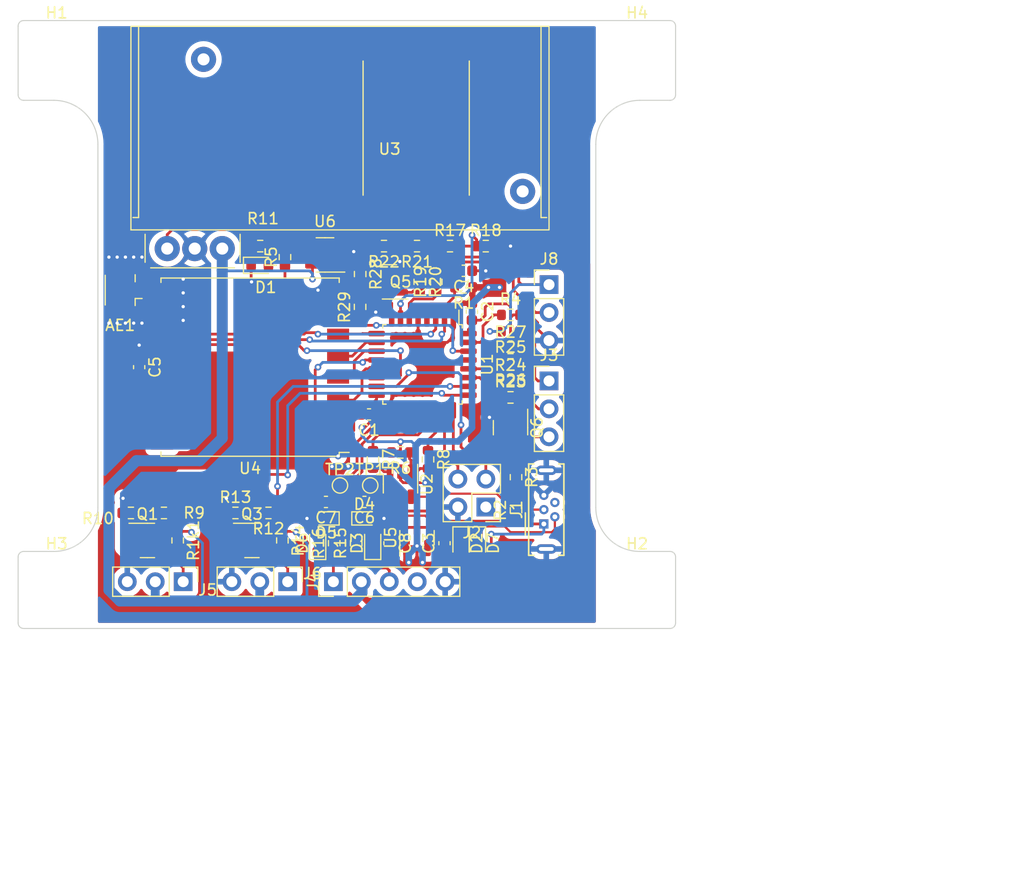
<source format=kicad_pcb>
(kicad_pcb (version 20211014) (generator pcbnew)
  (layers (0 "F.Cu" signal) (31 "B.Cu" signal) (34 "B.Paste" user) (35 "F.Paste" user) (36 "B.SilkS" user "B.Silkscreen") (37 "F.SilkS" user "F.Silkscreen") (38 "B.Mask" user) (39 "F.Mask" user) (44 "Edge.Cuts" user))
  (net 0 "")
  (net 1 "Net-(AE1-Pad1)")
  (net 2 "GND")
  (net 3 "+3.3V")
  (net 4 "+3V3")
  (net 5 "HALL_TTL_A")
  (net 6 "HALL_TTL_B")
  (net 7 "Net-(D1-Pad2)")
  (net 8 "TTL_A_OUT")
  (net 9 "TTL_B_OUT")
  (net 10 "+5V")
  (net 11 "Net-(R28-Pad1)")
  (net 12 "VBUS")
  (net 13 "/Main/D-")
  (net 14 "/Main/D+")
  (net 16 "SWCLK")
  (net 17 "SWDIO")
  (net 18 "SW_EXT")
  (net 19 "PWM_OUT_2")
  (net 20 "PWM_OUT_1")
  (net 21 "+24V")
  (net 22 "Net-(Q1-Pad1)")
  (net 23 "Net-(Q3-Pad1)")
  (net 24 "VUSB")
  (net 25 "USB_DP")
  (net 26 "USB_DM")
  (net 27 "PWM_1")
  (net 28 "CURRENT_SENSE_OUT")
  (net 29 "PWM_2")
  (net 30 "VOLTAGE_MEASUREMENT")
  (net 31 "SPI_SCK")
  (net 32 "SPI_MISO")
  (net 33 "SPI_MOSI")
  (net 34 "RFM_NSS")
  (net 35 "RFM_RST")
  (net 36 "RFM_DIO5")
  (net 37 "RFM_DIO3")
  (net 38 "RFM_DIO4")
  (net 39 "RFM_DIO0")
  (net 40 "RFM_DIO1")
  (net 41 "RFM_DIO2")
  (net 42 "Net-(C4-Pad2)")
  (net 43 "Net-(R4-Pad1)")
  (net 44 "TTL_INDEX")
  (net 45 "Net-(R7-Pad1)")
  (net 46 "Net-(R8-Pad1)")
  (net 47 "Net-(Q5-Pad1)")
  (net 48 "Net-(Q5-Pad3)")
  (net 49 "POWER_SWITCH")
  (net 50 "POWER_FET_OUT")
  (net 53 "Net-(Q6-Pad1)")
  (net 54 "LED_EXT")
  (net 55 "Net-(J3-Pad1)")
  (net 56 "Net-(J3-Pad3)")
  (net 57 "Net-(J3-Pad2)")
  (net 58 "Net-(R5-Pad1)")
  (net 59 "Net-(C3-Pad1)")
  (net 60 "Net-(R11-Pad1)")
  (footprint "Resistor_SMD:R_0603_1608Metric" (layer "F.Cu") (at 83 121.75)
    (fp_text reference "R10")
    (fp_text value "1k")
  )
  (footprint "Resistor_SMD:R_0603_1608Metric" (layer "F.Cu") (at 109.25 100.75 -90)
    (fp_text reference "R20")
    (fp_text value "1k")
  )
  (footprint "TestPoint:TestPoint_Pad_D1.0mm" (layer "F.Cu") (at 102 119.25)
    (fp_text reference "TP2")
    (fp_text value "HALL_B")
  )
  (footprint "Package_TO_SOT_SMD:SOT-23" (layer "F.Cu") (at 94 124.25)
    (fp_text reference "Q3")
    (fp_text value "BC846")
  )
  (footprint "Resistor_SMD:R_0603_1608Metric" (layer "F.Cu") (at 117.5 103.75)
    (fp_text reference "R4")
    (fp_text value "100K")
  )
  (footprint "Capacitor_SMD:C_0603_1608Metric" (layer "F.Cu") (at 104.640501 112.797137 180)
    (fp_text reference "C1")
    (fp_text value "100n")
  )
  (footprint "Resistor_SMD:R_0603_1608Metric" (layer "F.Cu") (at 117.5 109.75)
    (fp_text reference "R24")
    (fp_text value "1k")
  )
  (footprint "Resistor_SMD:R_0603_1608Metric" (layer "F.Cu") (at 97 98.5 90)
    (fp_text reference "R5")
    (fp_text value "240")
  )
  (footprint "Diode_SMD:D_SOD-523" (layer "F.Cu") (at 104.225 122.25)
    (fp_text reference "D4")
    (fp_text value "MM5Z3V3")
  )
  (footprint "MountingHole:MountingHole_3.2mm_M3" (layer "F.Cu") (at 76.25 80.5)
    (fp_text reference "H1")
    (fp_text value "MountingHole")
  )
  (footprint "Resistor_SMD:R_0603_1608Metric" (layer "F.Cu") (at 87.25 124.25 -90)
    (fp_text reference "R1k1")
    (fp_text value "1k")
  )
  (footprint "Diode_SMD:D_SOD-523" (layer "F.Cu") (at 100.775 122.25 180)
    (fp_text reference "D5")
    (fp_text value "MM5Z3V3")
  )
  (footprint "Package_TO_SOT_SMD:SOT-23" (layer "F.Cu") (at 84.5 124.25)
    (fp_text reference "Q1")
    (fp_text value "BC846")
  )
  (footprint "Resistor_SMD:R_0603_1608Metric" (layer "F.Cu") (at 115.25 97.5)
    (fp_text reference "R18")
    (fp_text value "4.7k")
  )
  (footprint "Capacitor_SMD:C_0603_1608Metric" (layer "F.Cu") (at 104.225 120.75 180)
    (fp_text reference "C6")
    (fp_text value "1n")
  )
  (footprint "Resistor_SMD:R_0603_1608Metric" (layer "F.Cu") (at 117.5 111.25)
    (fp_text reference "R23")
    (fp_text value "1k")
  )
  (footprint "Resistor_SMD:R_0603_1608Metric" (layer "F.Cu") (at 94.75 97.5 180)
    (fp_text reference "R11")
    (fp_text value "10k")
  )
  (footprint "Connector_PinHeader_2.54mm:PinHeader_1x03_P2.54mm_Vertical" (layer "F.Cu") (at 87.75 128 -90)
    (fp_text reference "J5")
    (fp_text value "MOTOR")
  )
  (footprint "Resistor_SMD:R_0603_1608Metric" (layer "F.Cu") (at 117.5 105.25 180)
    (fp_text reference "R25")
    (fp_text value "1k")
  )
  (footprint "Package_TO_SOT_SMD:SOT-23" (layer "F.Cu") (at 109 124 90)
    (fp_text reference "U5")
    (fp_text value "MCP1812AT-033/TT")
  )
  (footprint "Resistor_SMD:R_0603_1608Metric" (layer "F.Cu") (at 105 116.8875 -90)
    (fp_text reference "R7")
    (fp_text value "68")
  )
  (footprint "Package_TO_SOT_SMD:SOT-23" (layer "F.Cu") (at 106.5 100.75 180)
    (fp_text reference "Q5")
    (fp_text value "BC846")
  )
  (footprint "Resistor_SMD:R_0603_1608Metric" (layer "F.Cu") (at 96.765 124.25 -90)
    (fp_text reference "R14")
    (fp_text value "1k")
  )
  (footprint "RF_Module:HOPERF_RFM9XW_SMD" (layer "F.Cu") (at 93.83 108.5 180)
    (fp_text reference "U4")
    (fp_text value "RFM95W-868S2")
  )
  (footprint "Capacitor_SMD:C_0603_1608Metric" (layer "F.Cu") (at 100.725 120.75 180)
    (fp_text reference "C7")
    (fp_text value "1n")
  )
  (footprint "Diode_SMD:D_0603_1608Metric" (layer "F.Cu") (at 99.975 124.5 90)
    (fp_text reference "D6")
    (fp_text value "D_TVS")
  )
  (footprint "Capacitor_SMD:C_0603_1608Metric" (layer "F.Cu") (at 111.5 124.5 90)
    (fp_text reference "C3")
    (fp_text value "100n")
  )
  (footprint "Connector_PinHeader_2.54mm:PinHeader_1x03_P2.54mm_Vertical" (layer "F.Cu") (at 121 101)
    (fp_text reference "J8")
    (fp_text value "MOTOR")
  )
  (footprint "Connector_PinHeader_2.54mm:PinHeader_1x03_P2.54mm_Vertical" (layer "F.Cu") (at 97.25 128 -90)
    (fp_text reference "J4")
    (fp_text value "MOTOR")
  )
  (footprint "Connector_USB:USB_Micro-B_Wuerth_614105150721_Vertical" (layer "F.Cu") (at 120.53 122.75 90)
    (fp_text reference "J1")
    (fp_text value "USB_B_Micro")
  )
  (footprint "Resistor_SMD:R_0603_1608Metric" (layer "F.Cu") (at 103.83461 100.038364 -90)
    (fp_text reference "R28")
    (fp_text value "10k")
  )
  (footprint "Package_TO_SOT_SMD:SOT-23-5" (layer "F.Cu") (at 100.6375 98.3 180)
    (fp_text reference "U6")
    (fp_text value "OPA990")
  )
  (footprint "Resistor_SMD:R_0603_1608Metric" (layer "F.Cu") (at 95.5 121.75 180)
    (fp_text reference "R12")
    (fp_text value "1k")
  )
  (footprint "Resistor_SMD:R_0603_1608Metric" (layer "F.Cu") (at 86 121.75 180)
    (fp_text reference "R9")
    (fp_text value "1k")
  )
  (footprint "Resistor_SMD:R_0603_1608Metric" (layer "F.Cu") (at 103.475 124.5 90)
    (fp_text reference "R15")
    (fp_text value "10k")
  )
  (footprint "Resistor_SMD:R_0603_1608Metric" (layer "F.Cu") (at 112 97.5)
    (fp_text reference "R17")
    (fp_text value "40.2k")
  )
  (footprint "Resistor_SMD:R_0603_1608Metric" (layer "F.Cu") (at 92.5 121.75)
    (fp_text reference "R13")
    (fp_text value "1k")
  )
  (footprint "Package_TO_SOT_SMD:SOT-23-6" (layer "F.Cu") (at 107.5 119.1375 -90)
    (fp_text reference "U2")
    (fp_text value "USBLC6-2SC6")
  )
  (footprint "MountingHole:MountingHole_3.2mm_M3" (layer "F.Cu") (at 129 128.75)
    (fp_text reference "H2")
    (fp_text value "MountingHole")
  )
  (footprint "Resistor_SMD:R_0603_1608Metric" (layer "F.Cu") (at 106 97.5 180)
    (fp_text reference "R22")
    (fp_text value "10k")
  )
  (footprint "Diode_SMD:D_0603_1608Metric" (layer "F.Cu") (at 113 124.5 -90)
    (fp_text reference "D2")
    (fp_text value "SD0603")
  )
  (footprint "Package_TO_SOT_SMD:SOT-23" (layer "F.Cu") (at 117.5 114 -90)
    (fp_text reference "Q6")
    (fp_text value "BC846")
  )
  (footprint "Connector_PinHeader_2.54mm:PinHeader_1x03_P2.54mm_Vertical" (layer "F.Cu") (at 121 109.75)
    (fp_text reference "J3")
    (fp_text value "MOTOR")
  )
  (footprint "Resistor_SMD:R_0603_1608Metric" (layer "F.Cu") (at 117.5 106.75)
    (fp_text reference "R27")
    (fp_text value "1k")
  )
  (footprint "Resistor_SMD:R_0603_1608Metric" (layer "F.Cu") (at 113.241529 101.241767 180)
    (fp_text reference "R1")
    (fp_text value "100K")
  )
  (footprint "Resistor_SMD:R_0603_1608Metric" (layer "F.Cu") (at 118 118.5 -90)
    (fp_text reference "R3")
    (fp_text value "15k")
  )
  (footprint "Resistor_SMD:R_0603_1608Metric" (layer "F.Cu") (at 110.75 100.75 90)
    (fp_text reference "R19")
    (fp_text value "1k")
  )
  (footprint "MountingHole:MountingHole_3.2mm_M3" (layer "F.Cu") (at 129 80.5)
    (fp_text reference "H4")
    (fp_text value "MountingHole")
  )
  (footprint "Diode_SMD:D_0603_1608Metric" (layer "F.Cu") (at 104.975 124.5 90)
    (fp_text reference "D3")
    (fp_text value "D_TVS")
  )
  (footprint "Resistor_SMD:R_0603_1608Metric" (layer "F.Cu") (at 117.5 108.25 180)
    (fp_text reference "R26")
    (fp_text value "1k")
  )
  (footprint "Resistor_SMD:R_0603_1608Metric" (layer "F.Cu") (at 107.5 116.25 180)
    (fp_text reference "R6")
    (fp_text value "1.5k")
  )
  (footprint "TestPoint:TestPoint_Pad_D1.0mm" (layer "F.Cu") (at 104.75 119.25)
    (fp_text reference "TP1")
    (fp_text value "HALL_A")
  )
  (footprint "Resistor_SMD:R_0603_1608Metric" (layer "F.Cu") (at 103.827568 103.022638 -90)
    (fp_text reference "R29")
    (fp_text value "10k")
  )
  (footprint "Capacitor_SMD:C_0603_1608Metric" (layer "F.Cu") (at 106.5 124.5 -90)
    (fp_text reference "C8")
    (fp_text value "22u")
  )
  (footprint "Connector_PinHeader_2.54mm:PinHeader_2x02_P2.54mm_Vertical" (layer "F.Cu") (at 115.254379 121.212025 180)
    (fp_text reference "J2")
    (fp_text value "SWD")
  )
  (footprint "Package_QFP:LQFP-32_7x7mm_P0.8mm" (layer "F.Cu") (at 109.5 108.25 -90)
    (fp_text reference "U1")
    (fp_text value "STM32L412K8Tx")
  )
  (footprint "Capacitor_SMD:C_0603_1608Metric" (layer "F.Cu") (at 113.241529 99.741767 180)
    (fp_text reference "C4")
    (fp_text value "100n")
  )
  (footprint "LED_SMD:LED_0603_1608Metric" (layer "F.Cu") (at 94.7125 99.25)
    (fp_text reference "D1")
    (fp_text value "LED")
  )
  (footprint "Connector_Coaxial:U.FL_Hirose_U.FL-R-SMT-1_Vertical" (layer "F.Cu") (at 82.5 101.5 180)
    (fp_text reference "AE1")
    (fp_text value "Antenna_Shield")
  )
  (footprint "Capacitor_SMD:C_0603_1608Metric" (layer "F.Cu") (at 83.75 108.5 -90)
    (fp_text reference "C5")
    (fp_text value "100n")
  )
  (footprint "Resistor_SMD:R_0603_1608Metric" (layer "F.Cu") (at 110 116.8875 -90)
    (fp_text reference "R8")
    (fp_text value "68")
  )
  (footprint "MK_Footprints:L01Z" (layer "F.Cu") (at 104.1 86.775)
    (fp_text reference "U3")
    (fp_text value "CURRENT_SENS")
  )
  (footprint "Resistor_SMD:R_0603_1608Metric" (layer "F.Cu") (at 109 97.5 180)
    (fp_text reference "R21")
    (fp_text value "10k")
  )
  (footprint "Connector_PinHeader_2.54mm:PinHeader_1x05_P2.54mm_Vertical" (layer "F.Cu") (at 101.4 128 90)
    (fp_text reference "J6")
    (fp_text value "Conn_01x05_Male")
  )
  (footprint "Capacitor_SMD:C_0603_1608Metric" (layer "F.Cu") (at 113.989828 103.459189 -90)
    (fp_text reference "C2")
    (fp_text value "100n")
  )
  (footprint "Resistor_SMD:R_0603_1608Metric" (layer "F.Cu") (at 101.475 124.5 90)
    (fp_text reference "R16")
    (fp_text value "10k")
  )
  (footprint "Diode_SMD:D_0603_1608Metric" (layer "F.Cu") (at 114.5 124.5 -90)
    (fp_text reference "D7")
    (fp_text value "SD0603")
  )
  (footprint "MountingHole:MountingHole_3.2mm_M3" (layer "F.Cu") (at 76.25 128.75)
    (fp_text reference "H3")
    (fp_text value "MountingHole")
  )
  (footprint "Resistor_SMD:R_0603_1608Metric" (layer "F.Cu") (at 118 121.5 90)
    (fp_text reference "R2")
    (fp_text value "10k")
  )
  (gr_line (start 132 84.25) (end 129.25 84.25) (layer "Edge.Cuts") (width 0.1))
  (gr_arc (start 76 84.25) (mid 78.828427 85.421573) (end 80 88.25) (layer "Edge.Cuts") (width 0.1))
  (gr_line (start 73.25 125.25) (end 76 125.25) (layer "Edge.Cuts") (width 0.1))
  (gr_arc (start 132.5 131.75) (mid 132.353553 132.103553) (end 132 132.25) (layer "Edge.Cuts") (width 0.1))
  (gr_line (start 132.5 131.75) (end 132.5 125.75) (layer "Edge.Cuts") (width 0.1))
  (gr_arc (start 132 77) (mid 132.353553 77.146447) (end 132.5 77.5) (layer "Edge.Cuts") (width 0.1))
  (gr_arc (start 73.25 132.25) (mid 72.896447 132.103553) (end 72.75 131.75) (layer "Edge.Cuts") (width 0.1))
  (gr_line (start 125.25 132.25) (end 132 132.25) (layer "Edge.Cuts") (width 0.1))
  (gr_line (start 72.75 131.75) (end 72.75 125.75) (layer "Edge.Cuts") (width 0.1))
  (gr_line (start 125.25 121.25) (end 125.25 88.25) (layer "Edge.Cuts") (width 0.1))
  (gr_line (start 132 125.25) (end 129.25 125.25) (layer "Edge.Cuts") (width 0.1))
  (gr_arc (start 132 125.25) (mid 132.353553 125.396447) (end 132.5 125.75) (layer "Edge.Cuts") (width 0.1))
  (gr_arc (start 73.25 84.25) (mid 72.896447 84.103553) (end 72.75 83.75) (layer "Edge.Cuts") (width 0.1))
  (gr_line (start 125.25 77) (end 132 77) (layer "Edge.Cuts") (width 0.1))
  (gr_line (start 132.5 77.5) (end 132.5 83.75) (layer "Edge.Cuts") (width 0.1))
  (gr_arc (start 132.5 83.75) (mid 132.353553 84.103553) (end 132 84.25) (layer "Edge.Cuts") (width 0.1))
  (gr_line (start 73.25 84.25) (end 76 84.25) (layer "Edge.Cuts") (width 0.1))
  (gr_line (start 72.75 77.5) (end 72.75 83.75) (layer "Edge.Cuts") (width 0.1))
  (gr_line (start 80 77) (end 73.25 77) (layer "Edge.Cuts") (width 0.1))
  (gr_line (start 80 132.25) (end 125.25 132.25) (layer "Edge.Cuts") (width 0.1))
  (gr_line (start 80 88.25) (end 80 121.25) (layer "Edge.Cuts") (width 0.1))
  (gr_arc (start 72.75 125.75) (mid 72.896447 125.396447) (end 73.25 125.25) (layer "Edge.Cuts") (width 0.1))
  (gr_arc (start 80 121.25) (mid 78.828427 124.078427) (end 76 125.25) (layer "Edge.Cuts") (width 0.1))
  (gr_line (start 125.25 77) (end 80 77) (layer "Edge.Cuts") (width 0.1))
  (gr_arc (start 129.25 125.25) (mid 126.421573 124.078427) (end 125.25 121.25) (layer "Edge.Cuts") (width 0.1))
  (gr_line (start 80 132.25) (end 73.25 132.25) (layer "Edge.Cuts") (width 0.1))
  (gr_arc (start 125.25 88.25) (mid 126.421573 85.421573) (end 129.25 84.25) (layer "Edge.Cuts") (width 0.1))
  (gr_arc (start 72.75 77.5) (mid 72.896447 77.146447) (end 73.25 77) (layer "Edge.Cuts") (width 0.1))
  (segment (start 86.03 101.5) (end 83.55 101.5) (width 0.25) (layer "F.Cu") (net 1))
  (segment (start 107.75 119) (end 109.5 119) (width 0.25) (layer "F.Cu") (net 2))
  (segment (start 105 121.475) (end 105 120.75) (width 0.25) (layer "F.Cu") (net 2))
  (segment (start 117.1875 113.0625) (end 117.5 112.75) (width 0.25) (layer "F.Cu") (net 2))
  (segment (start 87.75 100.5) (end 87.275 100.025) (width 0.25) (layer "F.Cu") (net 2))
  (segment (start 117.25 102.75) (end 117.5 103) (width 0.25) (layer "F.Cu") (net 2))
  (segment (start 104.975 123.7125) (end 104.975 123) (width 0.25) (layer "F.Cu") (net 2))
  (segment (start 104.925 122.25) (end 104.925 122.95) (width 0.25) (layer "F.Cu") (net 2))
  (segment (start 111.5 123.725) (end 110.725 123.725) (width 0.25) (layer "F.Cu") (net 2))
  (segment (start 115.587588 113.0625) (end 115.585594 113.060506) (width 0.25) (layer "F.Cu") (net 2))
  (segment (start 91.675 121.75) (end 91.675 120.424994) (width 0.25) (layer "F.Cu") (net 2))
  (segment (start 87.275 100.025) (end 82.025 100.025) (width 0.25) (layer "F.Cu") (net 2))
  (segment (start 115.198054 103.801946) (end 115.198054 103.051946) (width 0.25) (layer "F.Cu") (net 2))
  (segment (start 106.5 123.725) (end 107.525 123.725) (width 0.25) (layer "F.Cu") (net 2))
  (segment (start 87.75 101.75) (end 87.75 100.5) (width 0.25) (layer "F.Cu") (net 2))
  (segment (start 107.4375 99.8) (end 107.4375 98.903051) (width 0.25) (layer "F.Cu") (net 2))
  (segment (start 113.989828 104.234189) (end 114.765811 104.234189) (width 0.25) (layer "F.Cu") (net 2))
  (segment (start 91.675 124.675) (end 92.2 125.2) (width 0.25) (layer "F.Cu") (net 2))
  (segment (start 107.4375 98.903051) (end 107.437195 98.902746) (width 0.25) (layer "F.Cu") (net 2))
  (segment (start 103.25 113) (end 103.25 114.25) (width 0.25) (layer "F.Cu") (net 2))
  (segment (start 82.175 124.925) (end 82.375 125.125) (width 0.25) (layer "F.Cu") (net 2))
  (segment (start 116.55 113.0625) (end 115.587588 113.0625) (width 0.25) (layer "F.Cu") (net 2))
  (segment (start 84.25 103.25) (end 84.5 103.5) (width 0.25) (layer "F.Cu") (net 2))
  (segment (start 87.25 103.5) (end 86.03 103.5) (width 0.25) (layer "F.Cu") (net 2))
  (segment (start 87.75 101.75) (end 87.75 103) (width 0.25) (layer "F.Cu") (net 2))
  (segment (start 82.175 121.75) (end 82.175 120.527413) (width 0.25) (layer "F.Cu") (net 2))
  (segment (start 118.325 106.75) (end 117.75 106.75) (width 0.25) (layer "F.Cu") (net 2))
  (segment (start 101.83 101.5) (end 100 101.5) (width 0.25) (layer "F.Cu") (net 2))
  (segment (start 82.025 102.975) (end 83.975 102.975) (width 0.25) (layer "F.Cu") (net 2))
  (segment (start 83.5625 125.2) (end 82.45 125.2) (width 0.25) (layer "F.Cu") (net 2))
  (segment (start 82.67 128) (end 82.67 126.58) (width 0.25) (layer "F.Cu") (net 2))
  (segment (start 104.902362 103.847638) (end 105.25 103.5) (width 0.25) (layer "F.Cu") (net 2))
  (segment (start 87.75 103) (end 87.25 103.5) (width 0.25) (layer "F.Cu") (net 2))
  (segment (start 117.5 103) (end 117.5 104) (width 0.25) (layer "F.Cu") (net 2))
  (segment (start 117.5 110) (end 117.25 109.75) (width 0.25) (layer "F.Cu") (net 2))
  (segment (start 104.296217 111.75) (end 105 111.75) (width 0.25) (layer "F.Cu") (net 2))
  (segment (start 83.5625 125.6875) (end 83.5625 125.2) (width 0.25) (layer "F.Cu") (net 2))
  (segment (start 82.025 100.025) (end 82.025 102.975) (width 0.25) (layer "F.Cu") (net 2))
  (segment (start 117.75 103.75) (end 117.5 104) (width 0.25) (layer "F.Cu") (net 2))
  (segment (start 92.17 126.58) (end 93.0625 125.6875) (width 0.25) (layer "F.Cu") (net 2))
  (segment (start 101.775 98.3) (end 102.95 98.3) (width 0.25) (layer "F.Cu") (net 2))
  (segment (start 107.525 123.725) (end 108.1875 123.0625) (width 0.25) (layer "F.Cu") (net 2))
  (segment (start 117.75 106.75) (end 117.5 106.5) (width 0.25) (layer "F.Cu") (net 2))
  (segment (start 101.83 114.67) (end 101.83 115.5) (width 0.25) (layer "F.Cu") (net 2))
  (segment (start 109.25 99.925) (end 108.425 99.925) (width 0.25) (layer "F.Cu") (net 2))
  (segment (start 99.975 123.7125) (end 99.975 123) (width 0.25) (layer "F.Cu") (net 2))
  (segment (start 117.25 109.75) (end 116.675 109.75) (width 0.25) (layer "F.Cu") (net 2))
  (segment (start 84.5 103.5) (end 86.03 103.5) (width 0.25) (layer "F.Cu") (net 2))
  (segment (start 103.827568 103.847638) (end 104.902362 103.847638) (width 0.25) (layer "F.Cu") (net 2))
  (segment (start 100.075 122.25) (end 100.075 122.9) (width 0.25) (layer "F.Cu") (net 2))
  (segment (start 116.55 113.0625) (end 117.1875 113.0625) (width 0.25) (layer "F.Cu") (net 2))
  (segment (start 83.75 107.725) (end 83.75 106.5) (width 0.25) (layer "F.Cu") (net 2))
  (segment (start 109.5 119) (end 109.75 119) (width 0.25) (layer "F.Cu") (net 2))
  (segment (start 102.95 98.3) (end 103.25 98) (width 0.25) (layer "F.Cu") (net 2))
  (segment (start 82.175 121.75) (end 82.175 124.925) (width 0.25) (layer "F.Cu") (net 2))
  (segment (start 108.1875 123.0625) (end 109 123.0625) (width 0.25) (layer "F.Cu") (net 2))
  (segment (start 118 117.675) (end 119.175 117.675) (width 0.25) (layer "F.Cu") (net 2))
  (segment (start 92.2 125.2) (end 93.0625 125.2) (width 0.25) (layer "F.Cu") (net 2))
  (segment (start 103.25 114.25) (end 103 114.5) (width 0.25) (layer "F.Cu") (net 2))
  (segment (start 100.075 121.6) (end 100.075 122.25) (width 0.25) (layer "F.Cu") (net 2))
  (segment (start 101.83 116.58) (end 101.83 115.5) (width 0.25) (layer "F.Cu") (net 2))
  (segment (start 92.17 128) (end 92.17 126.58) (width 0.25) (layer "F.Cu") (net 2))
  (segment (start 93.0625 125.6875) (end 93.0625 125.2) (width 0.25) (layer "F.Cu") (net 2))
  (segment (start 99.95 120.75) (end 99.95 121.475) (width 0.25) (layer "F.Cu") (net 2))
  (segment (start 100.075 122.9) (end 99.975 123) (width 0.25) (layer "F.Cu") (net 2))
  (segment (start 115.5 102.75) (end 117.25 102.75) (width 0.25) (layer "F.Cu") (net 2))
  (segment (start 119.175 117.675) (end 119.375 117.875) (width 0.25) (layer "F.Cu") (net 2))
  (segment (start 117.5 112.75) (end 117.5 110) (width 0.25) (layer "F.Cu") (net 2))
  (segment (start 113.675 105.075) (end 113.675 105.45) (width 0.25) (layer "F.Cu") (net 2))
  (segment (start 107.4375 99.8) (end 108.3 99.8) (width 0.25) (layer "F.Cu") (net 2))
  (segment (start 119.96 104.46) (end 119.96 105.04) (width 0.25) (layer "F.Cu") (net 2))
  (segment (start 107.5 118.75) (end 107.75 119) (width 0.25) (layer "F.Cu") (net 2))
  (segment (start 100.075 122.25) (end 99 122.25) (width 0.25) (layer "F.Cu") (net 2))
  (segment (start 105.325 111.425) (end 105.325 111.05) (width 0.25) (layer "F.Cu") (net 2))
  (segment (start 91.675 120.424994) (end 91.679942 120.420052) (width 0.25) (layer "F.Cu") (net 2))
  (segment (start 103.865501 112.180716) (end 104.296217 111.75) (width 0.25) (layer "F.Cu") (net 2))
  (segment (start 83.975 102.975) (end 84.25 103.25) (width 0.25) (layer "F.Cu") (net 2))
  (segment (start 107.5 118) (end 107.5 118.75) (width 0.25) (layer "F.Cu") (net 2))
  (segment (start 82.45 125.2) (end 82.375 125.125) (width 0.25) (layer "F.Cu") (net 2))
  (segment (start 115.241767 99.741767) (end 115.25 99.75) (width 0.25) (layer "F.Cu") (net 2))
  (segment (start 103.452863 112.797137) (end 103.25 113) (width 0.25) (layer "F.Cu") (net 2))
  (segment (start 82.175 120.527413) (end 82.282361 120.420052) (width 0.25) (layer "F.Cu") (net 2))
  (segment (start 119.96 105.04) (end 121 106.08) (width 0.25) (layer "F.Cu") (net 2))
  (segment (start 108.425 99.925) (end 108.3 99.8) (width 0.25) (layer "F.Cu") (net 2))
  (segment (start 103.865501 112.797137) (end 103.452863 112.797137) (width 0.25) (layer "F.Cu") (net 2))
  (segment (start 93.925 100.7125) (end 93.9625 100.75) (width 0.25) (layer "F.Cu") (net 2))
  (segment (start 119.25 103.75) (end 119.96 104.46) (width 0.25) (layer "F.Cu") (net 2))
  (segment (start 91.675 121.75) (end 91.675 124.675) (width 0.25) (layer "F.Cu") (net 2))
  (segment (start 104.925 121.55) (end 105 121.475) (width 0.25) (layer "F.Cu") (net 2))
  (segment (start 115.198054 103.051946) (end 115.5 102.75) (width 0.25) (layer "F.Cu") (net 2))
  (segment (start 103.865501 112.797137) (end 103.865501 112.180716) (width 0.25) (layer "F.Cu") (net 2))
  (segment (start 116.075 97.5) (end 117.5 97.5) (width 0.25) (layer "F.Cu") (net 2))
  (segment (start 82.67 126.58) (end 83.5625 125.6875) (width 0.25) (layer "F.Cu") (net 2))
  (segment (start 114.765811 104.234189) (end 115.198054 103.801946) (width 0.25) (layer "F.Cu") (net 2))
  (segment (start 93.925 99.25) (end 93.925 97.5) (width 0.25) (layer "F.Cu") (net 2))
  (segment (start 93.925 99.25) (end 93.925 100.7125) (width 0.25) (layer "F.Cu") (net 2))
  (segment (start 110.0625 123.0625) (end 109 123.0625) (width 0.25) (layer "F.Cu") (net 2))
  (segment (start 104.925 122.95) (end 104.975 123) (width 0.25) (layer "F.Cu") (net 2))
  (segment (start 118.325 103.75) (end 119.25 103.75) (width 0.25) (layer "F.Cu") (net 2))
  (segment (start 110.725 123.725) (end 110.0625 123.0625) (width 0.25) (layer "F.Cu") (net 2))
  (segment (start 105 111.75) (end 105.325 111.425) (width 0.25) (layer "F.Cu") (net 2))
  (segment (start 103 114.5) (end 102 114.5) (width 0.25) (layer "F.Cu") (net 2))
  (segment (start 104.925 122.25) (end 106 122.25) (width 0.25) (layer "F.Cu") (net 2))
  (segment (start 113.989828 104.234189) (end 113.989828 104.760172) (width 0.25) (layer "F.Cu") (net 2))
  (segment (start 113.989828 104.760172) (end 113.675 105.075) (width 0.25) (layer "F.Cu") (net 2))
  (segment (start 99.95 121.475) (end 100.075 121.6) (width 0.25) (layer "F.Cu") (net 2))
  (segment (start 117.5 106.5) (end 117.5 104) (width 0.25) (layer "F.Cu") (net 2))
  (segment (start 104.975 123.7125) (end 106.4875 123.7125) (width 0.25) (layer "F.Cu") (net 2))
  (segment (start 104.925 122.25) (end 104.925 121.55) (width 0.25) (layer "F.Cu") (net 2))
  (segment (start 102 114.5) (end 101.83 114.67) (width 0.25) (layer "F.Cu") (net 2))
  (segment (start 119.375 117.875) (end 120.75 117.875) (width 0.25) (layer "F.Cu") (net 2))
  (segment (start 106.4875 123.7125) (end 106.5 123.725) (width 0.25) (layer "F.Cu") (net 2))
  (segment (start 114.016529 99.741767) (end 115.241767 99.741767) (width 0.25) (layer "F.Cu") (net 2))
  (segment (start 118.325 103.75) (end 117.75 103.75) (width 0.25) (layer "F.Cu") (net 2))
  (via (at 106 122.25) (size 0.6) (drill 0.3) (layers "F.Cu" "B.Cu") (net 2))
  (via (at 87.75 104.25) (size 0.6) (drill 0.3) (layers "F.Cu" "B.Cu") (net 2))
  (via (at 93.9625 100.75) (size 0.6) (drill 0.3) (layers "F.Cu" "B.Cu") (net 2))
  (via (at 81.75 98.5) (size 0.6) (drill 0.3) (layers "F.Cu" "B.Cu") (net 2))
  (via (at 81 104.5) (size 0.6) (drill 0.3) (layers "F.Cu" "B.Cu") (net 2))
  (via (at 81.75 104.5) (size 0.6) (drill 0.3) (layers "F.Cu" "B.Cu") (net 2))
  (via (at 83.25 98.5) (size 0.6) (drill 0.3) (layers "F.Cu" "B.Cu") (net 2))
  (via (at 82.282361 120.420052) (size 0.6) (drill 0.3) (layers "F.Cu" "B.Cu") (net 2))
  (via (at 107.437195 98.902746) (size 0.6) (drill 0.3) (layers "F.Cu" "B.Cu") (net 2))
  (via (at 87.75 101.75) (size 0.6) (drill 0.3) (layers "F.Cu" "B.Cu") (net 2))
  (via (at 115.585594 113.060506) (size 0.6) (drill 0.3) (layers "F.Cu" "B.Cu") (net 2))
  (via (at 84 98.5) (size 0.6) (drill 0.3) (layers "F.Cu" "B.Cu") (net 2))
  (via (at 101.83 116.58) (size 0.6) (drill 0.3) (layers "F.Cu" "B.Cu") (net 2))
  (via (at 115.25 99.75) (size 0.6) (drill 0.3) (layers "F.Cu" "B.Cu") (net 2))
  (via (at 83.75 106.5) (size 0.6) (drill 0.3) (layers "F.Cu" "B.Cu") (net 2))
  (via (at 105.25 103.5) (size 0.6) (drill 0.3) (layers "F.Cu" "B.Cu") (net 2))
  (via (at 87.75 103) (size 0.6) (drill 0.3) (layers "F.Cu" "B.Cu") (net 2))
  (via (at 82.5 98.5) (size 0.6) (drill 0.3) (layers "F.Cu" "B.Cu") (net 2))
  (via (at 103.25 98) (size 0.6) (drill 0.3) (layers "F.Cu" "B.Cu") (net 2))
  (via (at 82.5 104.5) (size 0.6) (drill 0.3) (layers "F.Cu" "B.Cu") (net 2))
  (via (at 84 104.5) (size 0.6) (drill 0.3) (layers "F.Cu" "B.Cu") (net 2))
  (via (at 81 98.5) (size 0.6) (drill 0.3) (layers "F.Cu" "B.Cu") (net 2))
  (via (at 109.75 119) (size 0.6) (drill 0.3) (layers "F.Cu" "B.Cu") (net 2))
  (via (at 100 101.5) (size 0.6) (drill 0.3) (layers "F.Cu" "B.Cu") (net 2))
  (via (at 87.75 100.5) (size 0.6) (drill 0.3) (layers "F.Cu" "B.Cu") (net 2))
  (via (at 83.25 104.5) (size 0.6) (drill 0.3) (layers "F.Cu" "B.Cu") (net 2))
  (via (at 99 122.25) (size 0.6) (drill 0.3) (layers "F.Cu" "B.Cu") (net 2))
  (via (at 117.5 97.5) (size 0.6) (drill 0.3) (layers "F.Cu" "B.Cu") (net 2))
  (via (at 91.679942 120.420052) (size 0.6) (drill 0.3) (layers "F.Cu" "B.Cu") (net 2))
  (segment (start 85.83 109.5) (end 84.75 109.5) (width 0.35) (layer "F.Cu") (net 4))
  (segment (start 109.1 105.85) (end 109.1 105.65) (width 0.25) (layer "F.Cu") (net 4))
  (segment (start 113.989828 102.010172) (end 114.066529 101.933471) (width 0.25) (layer "F.Cu") (net 4))
  (segment (start 84.525 109.275) (end 84.75 109.5) (width 0.35) (layer "F.Cu") (net 4))
  (segment (start 84.5 117.5) (end 101.25 117.5) (width 0.6) (layer "F.Cu") (net 4))
  (segment (start 107 111) (end 108 111) (width 0.25) (layer "F.Cu") (net 4))
  (segment (start 109.1 109.9) (end 109.1 105.65) (width 0.25) (layer "F.Cu") (net 4))
  (segment (start 108.05 126.05) (end 108.25 126.25) (width 0.6) (layer "F.Cu") (net 4))
  (segment (start 104.75 113.477208) (end 104.738604 113.488604) (width 0.25) (layer "F.Cu") (net 4))
  (segment (start 114.074762 101.25) (end 114.066529 101.241767) (width 0.6) (layer "F.Cu") (net 4))
  (segment (start 108.05 124.9375) (end 108.05 126.05) (width 0.6) (layer "F.Cu") (net 4))
  (segment (start 104.952863 112.797137) (end 104.75 113) (width 0.25) (layer "F.Cu") (net 4))
  (segment (start 106.675 116.1375) (end 107.3625 116.1375) (width 0.25) (layer "F.Cu") (net 4))
  (segment (start 83.75 109.275) (end 83.75 110.75) (width 0.6) (layer "F.Cu") (net 4))
  (segment (start 111.75 106.25) (end 109.5 106.25) (width 0.25) (layer "F.Cu") (net 4))
  (segment (start 113.989828 102.684189) (end 113.989828 102.010172) (width 0.25) (layer "F.Cu") (net 4))
  (segment (start 106.7 111.3) (end 107 111) (width 0.25) (layer "F.Cu") (net 4))
  (segment (start 83.75 110.75) (end 83.75 116.75) (width 0.6) (layer "F.Cu") (net 4))
  (segment (start 104.236995 113.990213) (end 103.990213 113.990213) (width 0.25) (layer "F.Cu") (net 4))
  (segment (start 83.75 109.275) (end 84.525 109.275) (width 0.35) (layer "F.Cu") (net 4))
  (segment (start 105.952863 112.797137) (end 106.325 112.425) (width 0.25) (layer "F.Cu") (net 4))
  (segment (start 83.75 116.75) (end 84.5 117.5) (width 0.6) (layer "F.Cu") (net 4))
  (segment (start 104.75 113) (end 104.75 113.477208) (width 0.25) (layer "F.Cu") (net 4))
  (segment (start 112.3 105.7) (end 111.75 106.25) (width 0.25) (layer "F.Cu") (net 4))
  (segment (start 112.3 102.95) (end 112.565811 102.684189) (width 0.25) (layer "F.Cu") (net 4))
  (segment (start 101.25 117.5) (end 101.275 117.525) (width 0.6) (layer "F.Cu") (net 4))
  (segment (start 104.738604 113.488604) (end 104.236995 113.990213) (width 0.25) (layer "F.Cu") (net 4))
  (segment (start 107.3625 116.1375) (end 107.5 116) (width 0.25) (layer "F.Cu") (net 4))
  (segment (start 112.565811 102.684189) (end 113.989828 102.684189) (width 0.25) (layer "F.Cu") (net 4))
  (segment (start 108.05 124.9375) (end 108.8125 124.9375) (width 0.25) (layer "F.Cu") (net 4))
  (segment (start 107.5 116) (end 107.5 115.2745) (width 0.25) (layer "F.Cu") (net 4))
  (segment (start 106.7 112.425) (end 106.7 111.3) (width 0.25) (layer "F.Cu") (net 4))
  (segment (start 83.775 109.25) (end 83.75 109.275) (width 0.25) (layer "F.Cu") (net 4))
  (segment (start 105.415501 112.797137) (end 105.952863 112.797137) (width 0.25) (layer "F.Cu") (net 4))
  (segment (start 112.3 104.075) (end 112.3 102.95) (width 0.25) (layer "F.Cu") (net 4))
  (segment (start 112.3 104.075) (end 112.3 105.7) (width 0.25) (layer "F.Cu") (net 4))
  (segment (start 108 111) (end 109.1 109.9) (width 0.25) (layer "F.Cu") (net 4))
  (segment (start 106.325 112.425) (end 106.7 112.425) (width 0.25) (layer "F.Cu") (net 4))
  (segment (start 107.5625 124.9375) (end 108.05 124.9375) (width 0.25) (layer "F.Cu") (net 4))
  (segment (start 108.8125 124.9375) (end 109 124.75) (width 0.25) (layer "F.Cu") (net 4))
  (segment (start 106.5 125.275) (end 107.225 125.275) (width 0.25) (layer "F.Cu") (net 4))
  (segment (start 105.415501 112.797137) (end 104.952863 112.797137) (width 0.25) (layer "F.Cu") (net 4))
  (segment (start 108.25 126.25) (end 109.5 126.25) (width 0.6) (layer "F.Cu") (net 4))
  (segment (start 109.5 106.25) (end 109.1 105.85) (width 0.25) (layer "F.Cu") (net 4))
  (segment (start 114.066529 101.933471) (end 114.066529 101.241767) (width 0.25) (layer "F.Cu") (net 4))
  (segment (start 109.1 105.65) (end 109.1 104.075) (width 0.25) (layer "F.Cu") (net 4))
  (segment (start 115.5 101.25) (end 114.074762 101.25) (width 0.6) (layer "F.Cu") (net 4))
  (segment (start 107.225 125.275) (end 107.5625 124.9375) (width 0.25) (layer "F.Cu") (net 4))
  (via (at 109 124.75) (size 0.6) (drill 0.3) (layers "F.Cu" "B.Cu") (net 4))
  (via (at 107.5 115.2745) (size 0.6) (drill 0.3) (layers "F.Cu" "B.Cu") (net 4))
  (via (at 103.990213 113.990213) (size 0.6) (drill 0.3) (layers "F.Cu" "B.Cu") (net 4))
  (via (at 115.5 101.25) (size 0.6) (drill 0.3) (layers "F.Cu" "B.Cu") (net 4))
  (via (at 108.25 126.25) (size 0.6) (drill 0.3) (layers "F.Cu" "B.Cu") (net 4))
  (via (at 116.5 101.25) (size 0.6) (drill 0.3) (layers "F.Cu" "B.Cu") (net 4))
  (via (at 102.75 117.5) (size 0.6) (drill 0.3) (layers "F.Cu" "B.Cu") (net 4))
  (via (at 109.5 126.25) (size 0.6) (drill 0.3) (layers "F.Cu" "B.Cu") (net 4))
  (via (at 101.275 117.525) (size 0.6) (drill 0.3) (layers "F.Cu" "B.Cu") (net 4))
  (segment (start 109 119.5) (end 109 124.75) (width 0.6) (layer "B.Cu") (net 4))
  (segment (start 104.5245 115.2745) (end 107.5 115.2745) (width 0.25) (layer "B.Cu") (net 4))
  (segment (start 109.5 126.25) (end 109.5 125.25) (width 0.6) (layer "B.Cu") (net 4))
  (segment (start 114 114) (end 114 103.5) (width 0.6) (layer "B.Cu") (net 4))
  (segment (start 108.875 119.375) (end 108.875 115.625) (width 0.6) (layer "B.Cu") (net 4))
  (segment (start 109.5 125.25) (end 109 124.75) (width 0.6) (layer "B.Cu") (net 4))
  (segment (start 114 102.75) (end 114.5 102.25) (width 0.6) (layer "B.Cu") (net 4))
  (segment (start 112.75 115.25) (end 113.5 114.5) (width 0.6) (layer "B.Cu") (net 4))
  (segment (start 109 119.5) (end 108.875 119.375) (width 0.6) (layer "B.Cu") (net 4))
  (segment (start 108.875 115.625) (end 108.5 115.25) (width 0.25) (layer "B.Cu") (net 4))
  (segment (start 102.725 117.525) (end 102.75 117.5) (width 0.6) (layer "B.Cu") (net 4))
  (segment (start 115.25 101.5) (end 115.5 101.25) (width 0.6) (layer "B.Cu") (net 4))
  (segment (start 103.990213 113.990213) (end 103.990213 114.740213) (width 0.25) (layer "B.Cu") (net 4))
  (segment (start 102.75 117.5) (end 107 117.5) (width 0.6) (layer "B.Cu") (net 4))
  (segment (start 113.5 114.5) (end 114 114) (width 0.6) (layer "B.Cu") (net 4))
  (segment (start 108.5 115.25) (end 107.5245 115.25) (width 0.25) (layer "B.Cu") (net 4))
  (segment (start 107.5245 115.25) (end 107.5 115.2745) (width 0.25) (layer "B.Cu") (net 4))
  (segment (start 108.25 125.5) (end 109 124.75) (width 0.6) (layer "B.Cu") (net 4))
  (segment (start 108.875 115.625) (end 109.25 115.25) (width 0.6) (layer "B.Cu") (net 4))
  (segment (start 108.25 126.25) (end 108.25 125.5) (width 0.6) (layer "B.Cu") (net 4))
  (segment (start 111 115.25) (end 112.75 115.25) (width 0.6) (layer "B.Cu") (net 4))
  (segment (start 114 103.5) (end 114 102.75) (width 0.6) (layer "B.Cu") (net 4))
  (segment (start 109.25 115.25) (end 111 115.25) (width 0.6) (layer "B.Cu") (net 4))
  (segment (start 114.5 102.25) (end 115.25 101.5) (width 0.6) (layer "B.Cu") (net 4))
  (segment (start 115.5 101.25) (end 116.5 101.25) (width 0.6) (layer "B.Cu") (net 4))
  (segment (start 103.990213 114.740213) (end 104.5245 115.2745) (width 0.25) (layer "B.Cu") (net 4))
  (segment (start 101.275 117.525) (end 102.725 117.525) (width 0.6) (layer "B.Cu") (net 4))
  (segment (start 107 117.5) (end 109 119.5) (width 0.6) (layer "B.Cu") (net 4))
  (segment (start 103.75 119.25) (end 103.45 119.55) (width 0.25) (layer "F.Cu") (net 5))
  (segment (start 103.45 118.55) (end 104 118) (width 0.25) (layer "F.Cu") (net 5))
  (segment (start 103.525 121.55) (end 103.45 121.475) (width 0.25) (layer "F.Cu") (net 5))
  (segment (start 103.45 120.75) (end 103.45 119.55) (width 0.25) (layer "F.Cu") (net 5))
  (segment (start 104 118) (end 104 115.5) (width 0.25) (layer "F.Cu") (net 5))
  (segment (start 103.525 122.25) (end 103.525 122.95) (width 0.25) (layer "F.Cu") (net 5))
  (segment (start 103.525 122.95) (end 103.475 123) (width 0.25) (layer "F.Cu") (net 5))
  (segment (start 103.525 122.25) (end 103.525 121.55) (width 0.25) (layer "F.Cu") (net 5))
  (segment (start 104 115.5) (end 105.3 114.2) (width 0.25) (layer "F.Cu") (net 5))
  (segment (start 108.3 113.55) (end 108.3 112.425) (width 0.25) (layer "F.Cu") (net 5))
  (segment (start 105.3 114.2) (end 107.65 114.2) (width 0.25) (layer "F.Cu") (net 5))
  (segment (start 104.75 119.25) (end 103.75 119.25) (width 0.25) (layer "F.Cu") (net 5))
  (segment (start 103.45 119.55) (end 103.45 118.55) (width 0.25) (layer "F.Cu") (net 5))
  (segment (start 103.45 121.475) (end 103.45 120.75) (width 0.25) (layer "F.Cu") (net 5))
  (segment (start 107.65 114.2) (end 108.3 113.55) (width 0.25) (layer "F.Cu") (net 5))
  (segment (start 103.475 123.675) (end 103.475 123) (width 0.25) (layer "F.Cu") (net 5))
  (segment (start 101.5 120.75) (end 101.475 120.775) (width 0.25) (layer "F.Cu") (net 6))
  (segment (start 103 118.363604) (end 103.55 117.813604) (width 0.25) (layer "F.Cu") (net 6))
  (segment (start 102.75 119.25) (end 103 119.5) (width 0.25) (layer "F.Cu") (net 6))
  (segment (start 107.5 113.5) (end 107.5 112.425) (width 0.25) (layer "F.Cu") (net 6))
  (segment (start 103 119.75) (end 103 119.5) (width 0.25) (layer "F.Cu") (net 6))
  (segment (start 103.55 117.813604) (end 103.55 115.313604) (width 0.25) (layer "F.Cu") (net 6))
  (segment (start 101.475 120.775) (end 101.475 122.25) (width 0.25) (layer "F.Cu") (net 6))
  (segment (start 102 119.25) (end 102.75 119.25) (width 0.25) (layer "F.Cu") (net 6))
  (segment (start 101.5 120.75) (end 102 120.75) (width 0.25) (layer "F.Cu") (net 6))
  (segment (start 105.113604 113.75) (end 107.25 113.75) (width 0.25) (layer "F.Cu") (net 6))
  (segment (start 103 119.5) (end 103 118.363604) (width 0.25) (layer "F.Cu") (net 6))
  (segment (start 107.25 113.75) (end 107.5 113.5) (width 0.25) (layer "F.Cu") (net 6))
  (segment (start 101.475 123.675) (end 101.475 122.25) (width 0.25) (layer "F.Cu") (net 6))
  (segment (start 102 120.75) (end 103 119.75) (width 0.25) (layer "F.Cu") (net 6))
  (segment (start 103.55 115.313604) (end 105.113604 113.75) (width 0.25) (layer "F.Cu") (net 6))
  (segment (start 97 98.25) (end 97 97.675) (width 0.25) (layer "F.Cu") (net 7))
  (segment (start 95.5 99.25) (end 95.5 98.75) (width 0.25) (layer "F.Cu") (net 7))
  (segment (start 95.5 98.75) (end 95.75 98.5) (width 0.25) (layer "F.Cu") (net 7))
  (segment (start 95.75 98.5) (end 96.75 98.5) (width 0.25) (layer "F.Cu") (net 7))
  (segment (start 96.75 98.5) (end 97 98.25) (width 0.25) (layer "F.Cu") (net 7))
  (segment (start 104.975 126.225) (end 105.5 126.75) (width 0.25) (layer "F.Cu") (net 8))
  (segment (start 105.5 126.75) (end 106.25 126.75) (width 0.25) (layer "F.Cu") (net 8))
  (segment (start 106.25 126.75) (end 106.48 126.98) (width 0.25) (layer "F.Cu") (net 8))
  (segment (start 104.975 125.2875) (end 104.975 126.225) (width 0.25) (layer "F.Cu") (net 8))
  (segment (start 106.48 126.98) (end 106.48 128) (width 0.25) (layer "F.Cu") (net 8))
  (segment (start 104.9375 125.325) (end 104.975 125.2875) (width 0.25) (layer "F.Cu") (net 8))
  (segment (start 103.475 125.325) (end 104.9375 125.325) (width 0.25) (layer "F.Cu") (net 8))
  (segment (start 101.475 125.325) (end 101.4 125.4) (width 0.25) (layer "F.Cu") (net 9))
  (segment (start 101.4 125.4) (end 101.4 128) (width 0.25) (layer "F.Cu") (net 9))
  (segment (start 100.0125 125.325) (end 99.975 125.2875) (width 0.25) (layer "F.Cu") (net 9))
  (segment (start 101.475 125.325) (end 100.0125 125.325) (width 0.25) (layer "F.Cu") (net 9))
  (segment (start 88.425 123.425) (end 88.5 123.5) (width 0.25) (layer "F.Cu") (net 10))
  (segment (start 103.94 129.19) (end 104.5 129.75) (width 0.6) (layer "F.Cu") (net 10))
  (segment (start 113.5 126.75) (end 113 126.25) (width 0.6) (layer "F.Cu") (net 10))
  (segment (start 87.25 123.425) (end 88.425 123.425) (width 0.25) (layer "F.Cu") (net 10))
  (segment (start 113 129.75) (end 113.5 129.25) (width 0.6) (layer "F.Cu") (net 10))
  (segment (start 113.5 129.25) (end 113.5 126.75) (width 0.6) (layer "F.Cu") (net 10))
  (segment (start 99.5 99.25) (end 99.5 100.5) (width 0.25) (layer "F.Cu") (net 10))
  (segment (start 103.94 129.19) (end 103.94 128) (width 0.6) (layer "F.Cu") (net 10))
  (segment (start 96.765 123.425) (end 97.925 123.425) (width 0.25) (layer "F.Cu") (net 10))
  (segment (start 97.925 123.425) (end 98 123.5) (width 0.25) (layer "F.Cu") (net 10))
  (segment (start 104.5 129.75) (end 113 129.75) (width 0.6) (layer "F.Cu") (net 10))
  (segment (start 113 125.2875) (end 113 126.25) (width 0.6) (layer "F.Cu") (net 10))
  (via (at 88.5 123.5) (size 0.6) (drill 0.3) (layers "F.Cu" "B.Cu") (net 10))
  (via (at 98 123.5) (size 0.6) (drill 0.3) (layers "F.Cu" "B.Cu") (net 10))
  (via (at 99.5 100.5) (size 0.6) (drill 0.3) (layers "F.Cu" "B.Cu") (net 10))
  (segment (start 91.35 99.75) (end 91.3 99.7) (width 0.25) (layer "B.Cu") (net 10))
  (segment (start 99.5 100.5) (end 99.5 100) (width 0.25) (layer "B.Cu") (net 10))
  (segment (start 81 128.75) (end 82 129.75) (width 1) (layer "B.Cu") (net 10))
  (segment (start 85.5 129.75) (end 89 129.75) (width 1) (layer "B.Cu") (net 10))
  (segment (start 94.71 128) (end 94.71 129.46) (width 0.8) (layer "B.Cu") (net 10))
  (segment (start 91.3 99.7) (end 91.3 114.95) (width 1) (layer "B.Cu") (net 10))
  (segment (start 85.21 128) (end 85.21 129.46) (width 0.8) (layer "B.Cu") (net 10))
  (segment (start 89.5 129.25) (end 89 129.75) (width 0.25) (layer "B.Cu") (net 10))
  (segment (start 99.5 100) (end 99.25 99.75) (width 0.25) (layer "B.Cu") (net 10))
  (segment (start 103.25 129.75) (end 104 129) (width 1) (layer "B.Cu") (net 10))
  (segment (start 94.71 129.46) (end 95 129.75) (width 0.8) (layer "B.Cu") (net 10))
  (segment (start 85.21 129.46) (end 85.5 129.75) (width 0.8) (layer "B.Cu") (net 10))
  (segment (start 98 123.5) (end 99 124.5) (width 0.25) (layer "B.Cu") (net 10))
  (segment (start 99.25 99.75) (end 91.35 99.75) (width 0.25) (layer "B.Cu") (net 10))
  (segment (start 95 129.75) (end 99 129.75) (width 1) (layer "B.Cu") (net 10))
  (segment (start 89.25 117) (end 83.5 117) (width 1) (layer "B.Cu") (net 10))
  (segment (start 99 129.75) (end 103.25 129.75) (width 1) (layer "B.Cu") (net 10))
  (segment (start 82 129.75) (end 85.5 129.75) (width 1) (layer "B.Cu") (net 10))
  (segment (start 88.5 123.5) (end 89.5 124.5) (width 0.25) (layer "B.Cu") (net 10))
  (segment (start 104 128.06) (end 103.94 128) (width 1) (layer "B.Cu") (net 10))
  (segment (start 83.5 117) (end 81 119.5) (width 1) (layer "B.Cu") (net 10))
  (segment (start 81 119.5) (end 81 128.75) (width 1) (layer "B.Cu") (net 10))
  (segment (start 91.3 114.95) (end 89.25 117) (width 1) (layer "B.Cu") (net 10))
  (segment (start 91.3 97.725) (end 91.3 99.7) (width 1) (layer "B.Cu") (net 10))
  (segment (start 89 129.75) (end 95 129.75) (width 1) (layer "B.Cu") (net 10))
  (segment (start 99 124.5) (end 99 129.75) (width 0.25) (layer "B.Cu") (net 10))
  (segment (start 89.5 124.5) (end 89.5 129.25) (width 0.25) (layer "B.Cu") (net 10))
  (segment (start 104 129) (end 104 128.06) (width 1) (layer "B.Cu") (net 10))
  (segment (start 99.5 97.35) (end 100.35 97.35) (width 0.25) (layer "F.Cu") (net 11))
  (segment (start 100.5 99) (end 100.75 99.25) (width 0.25) (layer "F.Cu") (net 11))
  (segment (start 103.797974 99.25) (end 103.83461 99.213364) (width 0.25) (layer "F.Cu") (net 11))
  (segment (start 100.5 97.5) (end 100.5 99) (width 0.25) (layer "F.Cu") (net 11))
  (segment (start 100.75 99.25) (end 101.775 99.25) (width 0.25) (layer "F.Cu") (net 11))
  (segment (start 101.775 99.25) (end 103.797974 99.25) (width 0.25) (layer "F.Cu") (net 11))
  (segment (start 100.35 97.35) (end 100.5 97.5) (width 0.25) (layer "F.Cu") (net 11))
  (segment (start 109.92604 121.575) (end 107.825 121.575) (width 0.25) (layer "F.Cu") (net 12))
  (segment (start 110.67552 122.32448) (end 109.92604 121.575) (width 0.25) (layer "F.Cu") (net 12))
  (segment (start 110.67552 122.32448) (end 110.67604 122.325) (width 0.25) (layer "F.Cu") (net 12))
  (segment (start 118.75 122.25) (end 118.075 122.25) (width 0.25) (layer "F.Cu") (net 12))
  (segment (start 115.4625 125.2875) (end 115.75 125) (width 0.25) (layer "F.Cu") (net 12))
  (segment (start 117.175 122.325) (end 117 122.5) (width 0.25) (layer "F.Cu") (net 12))
  (segment (start 119.25 122.75) (end 118.75 122.25) (width 0.25) (layer "F.Cu") (net 12))
  (segment (start 107.825 121.575) (end 107.5 121.25) (width 0.25) (layer "F.Cu") (net 12))
  (segment (start 115.75 123.75) (end 115.75 123.6745) (width 0.25) (layer "F.Cu") (net 12))
  (segment (start 110.85104 122.5) (end 110.67552 122.32448) (width 0.25) (layer "F.Cu") (net 12))
  (segment (start 117 122.5) (end 110.85104 122.5) (width 0.25) (layer "F.Cu") (net 12))
  (segment (start 120.53 122.75) (end 119.25 122.75) (width 0.25) (layer "F.Cu") (net 12))
  (segment (start 114.5 125.2875) (end 115.4625 125.2875) (width 0.25) (layer "F.Cu") (net 12))
  (segment (start 118 122.325) (end 117.175 122.325) (width 0.25) (layer "F.Cu") (net 12))
  (segment (start 107.5 121.25) (end 107.5 120.275) (width 0.25) (layer "F.Cu") (net 12))
  (segment (start 118.075 122.25) (end 118 122.325) (width 0.25) (layer "F.Cu") (net 12))
  (segment (start 115.75 125) (end 115.75 123.75) (width 0.25) (layer "F.Cu") (net 12))
  (via (at 115.75 123.6745) (size 0.6) (drill 0.3) (layers "F.Cu" "B.Cu") (net 12))
  (segment (start 120.53 123.47) (end 120.53 122.75) (width 0.25) (layer "B.Cu") (net 12))
  (segment (start 115.75 123.6745) (end 120.3255 123.6745) (width 0.25) (layer "B.Cu") (net 12))
  (segment (start 120.3255 123.6745) (end 120.53 123.47) (width 0.25) (layer "B.Cu") (net 12))
  (segment (start 107 122) (end 109.75 122) (width 0.2) (layer "F.Cu") (net 13))
  (segment (start 117.5 123.5) (end 121.25 123.5) (width 0.2) (layer "F.Cu") (net 13))
  (segment (start 106.55 120.275) (end 106.55 121.55) (width 0.2) (layer "F.Cu") (net 13))
  (segment (start 109.75 122) (end 110.725 122.975) (width 0.2) (layer "F.Cu") (net 13))
  (segment (start 106.55 121.55) (end 107 122) (width 0.2) (layer "F.Cu") (net 13))
  (segment (start 110.725 122.975) (end 116.975 122.975) (width 0.2) (layer "F.Cu") (net 13))
  (segment (start 121.53 123.22) (end 121.53 122.1) (width 0.2) (layer "F.Cu") (net 13))
  (segment (start 116.975 122.975) (end 117.5 123.5) (width 0.2) (layer "F.Cu") (net 13))
  (segment (start 121.25 123.5) (end 121.53 123.22) (width 0.2) (layer "F.Cu") (net 13))
  (segment (start 111.225 120.275) (end 111.5 120) (width 0.2) (layer "F.Cu") (net 14))
  (segment (start 108.45 120.275) (end 111.225 120.275) (width 0.2) (layer "F.Cu") (net 14))
  (segment (start 116.75 120.5) (end 116.75 121) (width 0.2) (layer "F.Cu") (net 14))
  (segment (start 111.5 120) (end 116.25 120) (width 0.2) (layer "F.Cu") (net 14))
  (segment (start 116.75 121) (end 117.2 121.45) (width 0.2) (layer "F.Cu") (net 14))
  (segment (start 117.2 121.45) (end 120.53 121.45) (width 0.2) (layer "F.Cu") (net 14))
  (segment (start 116.25 120) (end 116.75 120.5) (width 0.2) (layer "F.Cu") (net 14))
  (segment (start 113 116.75) (end 112.3 116.05) (width 0.25) (layer "F.Cu") (net 16))
  (segment (start 114.75 116.75) (end 113 116.75) (width 0.25) (layer "F.Cu") (net 16))
  (segment (start 115.254379 118.672025) (end 115.254379 117.254379) (width 0.25) (layer "F.Cu") (net 16))
  (segment (start 112.3 116.05) (end 112.3 112.425) (width 0.25) (layer "F.Cu") (net 16))
  (segment (start 115.254379 117.254379) (end 114.75 116.75) (width 0.25) (layer "F.Cu") (net 16))
  (segment (start 111.5 116.25) (end 111.5 112.425) (width 0.25) (layer "F.Cu") (net 17))
  (segment (start 112.714379 117.464379) (end 111.5 116.25) (width 0.25) (layer "F.Cu") (net 17))
  (segment (start 112.714379 118.672025) (end 112.714379 117.464379) (width 0.25) (layer "F.Cu") (net 17))
  (segment (start 115.75 108.25) (end 115.5 108.5) (width 0.25) (layer "F.Cu") (net 18))
  (segment (start 113.675 108.65) (end 115.35 108.65) (width 0.25) (layer "F.Cu") (net 18))
  (segment (start 116.675 108.25) (end 116.675 106.75) (width 0.25) (layer "F.Cu") (net 18))
  (segment (start 116.675 108.25) (end 115.75 108.25) (width 0.25) (layer "F.Cu") (net 18))
  (segment (start 115.35 108.65) (end 115.5 108.5) (width 0.25) (layer "F.Cu") (net 18))
  (segment (start 94.9375 124.9375) (end 94.9375 124.25) (width 0.25) (layer "F.Cu") (net 19))
  (segment (start 96.75 126.25) (end 96.75 125.09) (width 0.25) (layer "F.Cu") (net 19))
  (segment (start 95.075 125.075) (end 94.9375 124.9375) (width 0.25) (layer "F.Cu") (net 19))
  (segment (start 96.765 125.075) (end 95.075 125.075) (width 0.25) (layer "F.Cu") (net 19))
  (segment (start 96.75 125.09) (end 96.765 125.075) (width 0.25) (layer "F.Cu") (net 19))
  (segment (start 97.25 128) (end 97.25 126.75) (width 0.25) (layer "F.Cu") (net 19))
  (segment (start 97.25 126.75) (end 96.75 126.25) (width 0.25) (layer "F.Cu") (net 19))
  (segment (start 87.75 128) (end 87.75 126.75) (width 0.25) (layer "F.Cu") (net 20))
  (segment (start 87.25 126.25) (end 87.25 125.075) (width 0.25) (layer "F.Cu") (net 20))
  (segment (start 85.575 125.075) (end 85.4375 124.9375) (width 0.25) (layer "F.Cu") (net 20))
  (segment (start 87.25 125.075) (end 85.575 125.075) (width 0.25) (layer "F.Cu") (net 20))
  (segment (start 87.75 126.75) (end 87.25 126.25) (width 0.25) (layer "F.Cu") (net 20))
  (segment (start 85.4375 124.9375) (end 85.4375 124.25) (width 0.25) (layer "F.Cu") (net 20))
  (segment (start 116.675 105.25) (end 115.6245 105.25) (width 0.25) (layer "F.Cu") (net 21))
  (segment (start 118.25 100.75) (end 118.25 99.863604) (width 0.25) (layer "F.Cu") (net 21))
  (segment (start 109.825 97.5) (end 111.425 97.5) (width 0.25) (layer "F.Cu") (net 21))
  (segment (start 109.991767 98.491767) (end 116.508233 98.491767) (width 0.25) (layer "F.Cu") (net 21))
  (segment (start 118.5 101) (end 118.25 100.75) (width 0.25) (layer "F.Cu") (net 21))
  (segment (start 121 101) (end 118.5 101) (width 0.25) (layer "F.Cu") (net 21))
  (segment (start 109.825 97.5) (end 109.825 98.325) (width 0.25) (layer "F.Cu") (net 21))
  (segment (start 116.878163 98.491767) (end 116.508233 98.491767) (width 0.25) (layer "F.Cu") (net 21))
  (segment (start 118.25 99.863604) (end 116.878163 98.491767) (width 0.25) (layer "F.Cu") (net 21))
  (segment (start 109.825 98.325) (end 109.991767 98.491767) (width 0.25) (layer "F.Cu") (net 21))
  (via (at 115.6245 105.25) (size 0.6) (drill 0.3) (layers "F.Cu" "B.Cu") (net 21))
  (segment (start 118.25 101) (end 117.5 101.75) (width 0.25) (layer "B.Cu") (net 21))
  (segment (start 121 101) (end 118.25 101) (width 0.25) (layer "B.Cu") (net 21))
  (segment (start 117.5 104.5) (end 116.75 105.25) (width 0.25) (layer "B.Cu") (net 21))
  (segment (start 116.75 105.25) (end 115.6245 105.25) (width 0.25) (layer "B.Cu") (net 21))
  (segment (start 117.5 101.75) (end 117.5 104.5) (width 0.25) (layer "B.Cu") (net 21))
  (segment (start 83.825 122.425) (end 83.825 121.75) (width 0.25) (layer "F.Cu") (net 22))
  (segment (start 83.825 121.75) (end 85.175 121.75) (width 0.25) (layer "F.Cu") (net 22))
  (segment (start 83.5625 123.3) (end 83.5625 122.6875) (width 0.25) (layer "F.Cu") (net 22))
  (segment (start 83.5625 122.6875) (end 83.825 122.425) (width 0.25) (layer "F.Cu") (net 22))
  (segment (start 93.0625 123.3) (end 93.0625 122.9375) (width 0.25) (layer "F.Cu") (net 23))
  (segment (start 93.325 121.75) (end 94.675 121.75) (width 0.25) (layer "F.Cu") (net 23))
  (segment (start 93.325 122.675) (end 93.325 121.75) (width 0.25) (layer "F.Cu") (net 23))
  (segment (start 93.0625 122.9375) (end 93.325 122.675) (width 0.25) (layer "F.Cu") (net 23))
  (segment (start 107.136396 110.25) (end 108.25 109.136396) (width 0.25) (layer "F.Cu") (net 24))
  (segment (start 113.25 116) (end 115 116) (width 0.25) (layer "F.Cu") (net 24))
  (segment (start 115 116) (end 116.75 117.75) (width 0.25) (layer "F.Cu") (net 24))
  (segment (start 105.325 110.25) (end 107.136396 110.25) (width 0.25) (layer "F.Cu") (net 24))
  (segment (start 108.25 109.136396) (end 108.25 109) (width 0.25) (layer "F.Cu") (net 24))
  (segment (start 113 113.75) (end 113 115.75) (width 0.25) (layer "F.Cu") (net 24))
  (segment (start 116.75 117.75) (end 116.75 119) (width 0.25) (layer "F.Cu") (net 24))
  (segment (start 118 119.325) (end 118 120.675) (width 0.25) (layer "F.Cu") (net 24))
  (segment (start 117.075 119.325) (end 118 119.325) (width 0.25) (layer "F.Cu") (net 24))
  (segment (start 116.75 119) (end 117.075 119.325) (width 0.25) (layer "F.Cu") (net 24))
  (segment (start 113 115.75) (end 113.25 116) (width 0.25) (layer "F.Cu") (net 24))
  (via (at 108.25 109) (size 0.6) (drill 0.3) (layers "F.Cu" "B.Cu") (net 24))
  (via (at 113 113.75) (size 0.6) (drill 0.3) (layers "F.Cu" "B.Cu") (net 24))
  (segment (start 113 113.5) (end 113 113.75) (width 0.25) (layer "B.Cu") (net 24))
  (segment (start 108.25 109) (end 112.75 109) (width 0.25) (layer "B.Cu") (net 24))
  (segment (start 113 109.25) (end 113 113.5) (width 0.25) (layer "B.Cu") (net 24))
  (segment (start 112.75 109) (end 113 109.25) (width 0.25) (layer "B.Cu") (net 24))
  (segment (start 109.2875 117.7125) (end 109 118) (width 0.25) (layer "F.Cu") (net 25))
  (segment (start 109 118) (end 108.45 118) (width 0.25) (layer "F.Cu") (net 25))
  (segment (start 108.45 118) (end 108.45 116.95) (width 0.25) (layer "F.Cu") (net 25))
  (segment (start 108.325 116.25) (end 108.325 116.825) (width 0.25) (layer "F.Cu") (net 25))
  (segment (start 110 117.7125) (end 109.2875 117.7125) (width 0.25) (layer "F.Cu") (net 25))
  (segment (start 108.325 116.825) (end 108.45 116.95) (width 0.25) (layer "F.Cu") (net 25))
  (segment (start 106 118) (end 105.7125 117.7125) (width 0.25) (layer "F.Cu") (net 26))
  (segment (start 105.7125 117.7125) (end 105 117.7125) (width 0.25) (layer "F.Cu") (net 26))
  (segment (start 106.55 118) (end 106 118) (width 0.25) (layer "F.Cu") (net 26))
  (segment (start 111.4255 111.05) (end 113.675 111.05) (width 0.25) (layer "F.Cu") (net 27))
  (segment (start 92.25 118.25) (end 87.75 118.25) (width 0.25) (layer "F.Cu") (net 27))
  (segment (start 92.25 118.25) (end 93.9505 118.25) (width 0.25) (layer "F.Cu") (net 27))
  (segment (start 87.75 118.25) (end 86.825 119.175) (width 0.25) (layer "F.Cu") (net 27))
  (segment (start 93.9505 118.25) (end 97.2005 118.25) (width 0.25) (layer "F.Cu") (net 27))
  (segment (start 86.825 119.175) (end 86.825 121.75) (width 0.25) (layer "F.Cu") (net 27))
  (segment (start 111.25 110.8745) (end 111.4255 111.05) (width 0.25) (layer "F.Cu") (net 27))
  (segment (start 97.2005 118.25) (end 97.25 118.2995) (width 0.25) (layer "F.Cu") (net 27))
  (via (at 97.25 118.2995) (size 0.6) (drill 0.3) (layers "F.Cu" "B.Cu") (net 27))
  (via (at 111.25 110.8745) (size 0.6) (drill 0.3) (layers "F.Cu" "B.Cu") (net 27))
  (segment (start 109.125 110.875) (end 109.1255 110.8745) (width 0.25) (layer "B.Cu") (net 27))
  (segment (start 97.25 112) (end 98.375 110.875) (width 0.25) (layer "B.Cu") (net 27))
  (segment (start 109.1255 110.8745) (end 111.25 110.8745) (width 0.25) (layer "B.Cu") (net 27))
  (segment (start 97.25 118.2995) (end 97.25 112) (width 0.25) (layer "B.Cu") (net 27))
  (segment (start 98.375 110.875) (end 109.125 110.875) (width 0.25) (layer "B.Cu") (net 27))
  (segment (start 106.197638 102.197638) (end 103.827568 102.197638) (width 0.25) (layer "F.Cu") (net 28))
  (segment (start 103.83461 100.863364) (end 103.83461 102.190596) (width 0.25) (layer "F.Cu") (net 28))
  (segment (start 103.83461 102.190596) (end 103.827568 102.197638) (width 0.25) (layer "F.Cu") (net 28))
  (segment (start 106.7 104.075) (end 106.7 102.7) (width 0.25) (layer "F.Cu") (net 28))
  (segment (start 106.7 102.7) (end 106.197638 102.197638) (width 0.25) (layer "F.Cu") (net 28))
  (segment (start 96.325 121.75) (end 96.325 119.325) (width 0.25) (layer "F.Cu") (net 29))
  (segment (start 113.675 110.25) (end 112 110.25) (width 0.25) (layer "F.Cu") (net 29))
  (via (at 112 110.25) (size 0.6) (drill 0.3) (layers "F.Cu" "B.Cu") (net 29))
  (via (at 96.325 119.325) (size 0.6) (drill 0.3) (layers "F.Cu" "B.Cu") (net 29))
  (segment (start 96.325 111.675) (end 96.325 119.325) (width 0.25) (layer "B.Cu") (net 29))
  (segment (start 97.75 110.25) (end 96.325 111.675) (width 0.25) (layer "B.Cu") (net 29))
  (segment (start 112 110.25) (end 97.75 110.25) (width 0.25) (layer "B.Cu") (net 29))
  (segment (start 114 96.5) (end 114.425 96.925) (width 0.25) (layer "F.Cu") (net 30))
  (segment (start 114.425 96.925) (end 114.425 97.5) (width 0.25) (layer "F.Cu") (net 30))
  (segment (start 113.075 97.5) (end 114.425 97.5) (width 0.25) (layer "F.Cu") (net 30))
  (segment (start 107.5 104.075) (end 107.5 102.75) (width 0.25) (layer "F.Cu") (net 30))
  (via (at 114 96.5) (size 0.6) (drill 0.3) (layers "F.Cu" "B.Cu") (net 30))
  (via (at 107.5 102.75) (size 0.6) (drill 0.3) (layers "F.Cu" "B.Cu") (net 30))
  (segment (start 107.5 102.75) (end 107.5 102.5) (width 0.25) (layer "B.Cu") (net 30))
  (segment (start 108 102) (end 113.25 102) (width 0.25) (layer "B.Cu") (net 30))
  (segment (start 114 101.25) (end 114 96.5) (width 0.25) (layer "B.Cu") (net 30))
  (segment (start 107.5 102.5) (end 108 102) (width 0.25) (layer "B.Cu") (net 30))
  (segment (start 113.25 102) (end 114 101.25) (width 0.25) (layer "B.Cu") (net 30))
  (segment (start 103.3 109.2) (end 103.3 107.95) (width 0.25) (layer "F.Cu") (net 31))
  (segment (start 103.3 107.95) (end 104.2 107.05) (width 0.25) (layer "F.Cu") (net 31))
  (segment (start 101.83 109.5) (end 103 109.5) (width 0.25) (layer "F.Cu") (net 31))
  (segment (start 103 109.5) (end 103.3 109.2) (width 0.25) (layer "F.Cu") (net 31))
  (segment (start 104.2 107.05) (end 105.325 107.05) (width 0.25) (layer "F.Cu") (net 31))
  (segment (start 99.75 108.75) (end 100 108.5) (width 0.25) (layer "F.Cu") (net 32))
  (segment (start 105.325 107.85) (end 104.283178 107.85) (width 0.25) (layer "F.Cu") (net 32))
  (segment (start 101.83 113.5) (end 100.25 113.5) (width 0.25) (layer "F.Cu") (net 32))
  (segment (start 104.283178 107.85) (end 104.066589 108.066589) (width 0.25) (layer "F.Cu") (net 32))
  (segment (start 100.25 113.5) (end 99.75 113) (width 0.25) (layer "F.Cu") (net 32))
  (segment (start 99.75 113) (end 99.75 108.75) (width 0.25) (layer "F.Cu") (net 32))
  (via (at 100 108.5) (size 0.6) (drill 0.3) (layers "F.Cu" "B.Cu") (net 32))
  (via (at 104.066589 108.066589) (size 0.6) (drill 0.3) (layers "F.Cu" "B.Cu") (net 32))
  (segment (start 104.066589 108.066589) (end 100.433411 108.066589) (width 0.25) (layer "B.Cu") (net 32))
  (segment (start 100.433411 108.066589) (end 100 108.5) (width 0.25) (layer "B.Cu") (net 32))
  (segment (start 104 109) (end 104 110.75) (width 0.25) (layer "F.Cu") (net 33))
  (segment (start 104.35 108.65) (end 104 109) (width 0.25) (layer "F.Cu") (net 33))
  (segment (start 103.25 111.5) (end 101.83 111.5) (width 0.25) (layer "F.Cu") (net 33))
  (segment (start 105.325 108.65) (end 104.35 108.65) (width 0.25) (layer "F.Cu") (net 33))
  (segment (start 104 110.75) (end 103.25 111.5) (width 0.25) (layer "F.Cu") (net 33))
  (segment (start 101.83 107.5) (end 103.113604 107.5) (width 0.25) (layer "F.Cu") (net 34))
  (segment (start 104.363604 106.25) (end 105.325 106.25) (width 0.25) (layer "F.Cu") (net 34))
  (segment (start 103.113604 107.5) (end 104.363604 106.25) (width 0.25) (layer "F.Cu") (net 34))
  (segment (start 104 105.5) (end 101.83 105.5) (width 0.25) (layer "F.Cu") (net 35))
  (segment (start 105.325 105.45) (end 104.05 105.45) (width 0.25) (layer "F.Cu") (net 35))
  (segment (start 104.05 105.45) (end 104 105.5) (width 0.25) (layer "F.Cu") (net 35))
  (segment (start 99.867698 105.368198) (end 100 105.5005) (width 0.25) (layer "F.Cu") (net 37))
  (segment (start 85.83 105.5) (end 98.736396 105.5) (width 0.25) (layer "F.Cu") (net 37))
  (segment (start 110.7 105.05) (end 110.25 105.5) (width 0.25) (layer "F.Cu") (net 37))
  (segment (start 110.7 104.075) (end 110.7 105.05) (width 0.25) (layer "F.Cu") (net 37))
  (segment (start 98.736396 105.5) (end 98.868198 105.368198) (width 0.25) (layer "F.Cu") (net 37))
  (segment (start 98.868198 105.368198) (end 99.867698 105.368198) (width 0.25) (layer "F.Cu") (net 37))
  (via (at 100 105.5005) (size 0.6) (drill 0.3) (layers "F.Cu" "B.Cu") (net 37))
  (via (at 110.25 105.5) (size 0.6) (drill 0.3) (layers "F.Cu" "B.Cu") (net 37))
  (segment (start 100.0005 105.5) (end 100 105.5005) (width 0.25) (layer "B.Cu") (net 37))
  (segment (start 110.25 105.5) (end 100.0005 105.5) (width 0.25) (layer "B.Cu") (net 37))
  (segment (start 111.5 105.25) (end 111.25 105.5) (width 0.25) (layer "F.Cu") (net 39))
  (segment (start 85.83 111.5) (end 87 111.5) (width 0.25) (layer "F.Cu") (net 39))
  (segment (start 111.5 104.075) (end 111.5 105.25) (width 0.25) (layer "F.Cu") (net 39))
  (segment (start 88 110.5) (end 88 107) (width 0.25) (layer "F.Cu") (net 39))
  (segment (start 88 107) (end 89 106) (width 0.25) (layer "F.Cu") (net 39))
  (segment (start 89 106) (end 99.25 106) (width 0.25) (layer "F.Cu") (net 39))
  (segment (start 87 111.5) (end 88 110.5) (width 0.25) (layer "F.Cu") (net 39))
  (via (at 99.25 106) (size 0.6) (drill 0.3) (layers "F.Cu" "B.Cu") (net 39))
  (via (at 111.25 105.5) (size 0.6) (drill 0.3) (layers "F.Cu" "B.Cu") (net 39))
  (segment (start 99.25 106) (end 99.375 106.125) (width 0.25) (layer "B.Cu") (net 39))
  (segment (start 111.25 106) (end 111.25 105.5) (width 0.25) (layer "B.Cu") (net 39))
  (segment (start 111.125 106.125) (end 111.25 106) (width 0.25) (layer "B.Cu") (net 39))
  (segment (start 99.375 106.125) (end 111.125 106.125) (width 0.25) (layer "B.Cu") (net 39))
  (segment (start 89.3 106.45) (end 97.5 106.45) (width 0.25) (layer "F.Cu") (net 41))
  (segment (start 88.5 110.5) (end 88.5 107.25) (width 0.25) (layer "F.Cu") (net 41))
  (segment (start 97.5 106.45) (end 98.2 106.45) (width 0.25) (layer "F.Cu") (net 41))
  (segment (start 98.2 106.45) (end 98.5 106.75) (width 0.25) (layer "F.Cu") (net 41))
  (segment (start 88.5 115) (end 88.5 110.5) (width 0.25) (layer "F.Cu") (net 41))
  (segment (start 88 115.5) (end 88.5 115) (width 0.25) (layer "F.Cu") (net 41))
  (segment (start 107.5 109.25) (end 107.5 107) (width 0.25) (layer "F.Cu") (net 41))
  (segment (start 98.5 106.75) (end 98.75 107) (width 0.25) (layer "F.Cu") (net 41))
  (segment (start 88.5 107.25) (end 89.25 106.5) (width 0.25) (layer "F.Cu") (net 41))
  (segment (start 89.25 106.5) (end 89.3 106.45) (width 0.25) (layer "F.Cu") (net 41))
  (segment (start 85.83 115.5) (end 88 115.5) (width 0.25) (layer "F.Cu") (net 41))
  (segment (start 98.75 107) (end 99 107) (width 0.25) (layer "F.Cu") (net 41))
  (segment (start 105.325 109.45) (end 107.3 109.45) (width 0.25) (layer "F.Cu") (net 41))
  (segment (start 107.3 109.45) (end 107.5 109.25) (width 0.25) (layer "F.Cu") (net 41))
  (via (at 99 107) (size 0.6) (drill 0.3) (layers "F.Cu" "B.Cu") (net 41))
  (via (at 107.5 107) (size 0.6) (drill 0.3) (layers "F.Cu" "B.Cu") (net 41))
  (segment (start 99 107) (end 107.5 107) (width 0.25) (layer "B.Cu") (net 41))
  (segment (start 109.9 104.075) (end 109.9 103.1) (width 0.25) (layer "F.Cu") (net 42))
  (segment (start 112.425 102.075) (end 112.416529 102.066529) (width 0.25) (layer "F.Cu") (net 42))
  (segment (start 112.416529 102.066529) (end 112.416529 101.241767) (width 0.25) (layer "F.Cu") (net 42))
  (segment (start 112.425 102.075) (end 111.75 102.75) (width 0.25) (layer "F.Cu") (net 42))
  (segment (start 112.5 100.5) (end 112.5 99.775238) (width 0.25) (layer "F.Cu") (net 42))
  (segment (start 112.5 99.775238) (end 112.466529 99.741767) (width 0.25) (layer "F.Cu") (net 42))
  (segment (start 112.416529 101.241767) (end 112.416529 100.583471) (width 0.25) (layer "F.Cu") (net 42))
  (segment (start 110.25 102.75) (end 111.75 102.75) (width 0.25) (layer "F.Cu") (net 42))
  (segment (start 109.9 103.1) (end 110.25 102.75) (width 0.25) (layer "F.Cu") (net 42))
  (segment (start 112.416529 100.583471) (end 112.5 100.5) (width 0.25) (layer "F.Cu") (net 42))
  (segment (start 115 106) (end 115 104.75) (width 0.25) (layer "F.Cu") (net 43))
  (segment (start 115 104.75) (end 116 103.75) (width 0.25) (layer "F.Cu") (net 43))
  (segment (start 113.675 106.25) (end 114.75 106.25) (width 0.25) (layer "F.Cu") (net 43))
  (segment (start 116 103.75) (end 116.675 103.75) (width 0.25) (layer "F.Cu") (net 43))
  (segment (start 114.75 106.25) (end 115 106) (width 0.25) (layer "F.Cu") (net 43))
  (segment (start 109.1 114.65) (end 109.9 113.85) (width 0.25) (layer "F.Cu") (net 45))
  (segment (start 109.9 113.35) (end 109.9 112.425) (width 0.25) (layer "F.Cu") (net 45))
  (segment (start 105 116.0625) (end 105 115.136396) (width 0.25) (layer "F.Cu") (net 45))
  (segment (start 105 115.136396) (end 105.486396 114.65) (width 0.25) (layer "F.Cu") (net 45))
  (segment (start 109.9 113.85) (end 109.9 113.35) (width 0.25) (layer "F.Cu") (net 45))
  (segment (start 105.486396 114.65) (end 109.1 114.65) (width 0.25) (layer "F.Cu") (net 45))
  (segment (start 110 116.0625) (end 110 115.136396) (width 0.25) (layer "F.Cu") (net 46))
  (segment (start 110 115.136396) (end 110.7 114.436396) (width 0.25) (layer "F.Cu") (net 46))
  (segment (start 110.7 114.436396) (end 110.7 114.2) (width 0.25) (layer "F.Cu") (net 46))
  (segment (start 110.7 112.425) (end 110.7 114.2) (width 0.25) (layer "F.Cu") (net 46))
  (segment (start 110.75 100.5) (end 110.75 99.925) (width 0.25) (layer "F.Cu") (net 47))
  (segment (start 109.5 100.75) (end 110.5 100.75) (width 0.25) (layer "F.Cu") (net 47))
  (segment (start 108.55 101.7) (end 108.675 101.575) (width 0.25) (layer "F.Cu") (net 47))
  (segment (start 109.25 101) (end 109.5 100.75) (width 0.25) (layer "F.Cu") (net 47))
  (segment (start 109.25 101.575) (end 109.25 101) (width 0.25) (layer "F.Cu") (net 47))
  (segment (start 109.25 101.575) (end 108.675 101.575) (width 0.25) (layer "F.Cu") (net 47))
  (segment (start 110.5 100.75) (end 110.75 100.5) (width 0.25) (layer "F.Cu") (net 47))
  (segment (start 107.4375 101.7) (end 108.55 101.7) (width 0.25) (layer "F.Cu") (net 47))
  (segment (start 105.175 98.675) (end 105.5625 99.0625) (width 0.25) (layer "F.Cu") (net 48))
  (segment (start 105.5625 99.0625) (end 105.5625 100.75) (width 0.25) (layer "F.Cu") (net 48))
  (segment (start 105.175 97.5) (end 105.175 98.675) (width 0.25) (layer "F.Cu") (net 48))
  (segment (start 108.7 102.3) (end 110.45 102.3) (width 0.25) (layer "F.Cu") (net 49))
  (segment (start 110.75 102) (end 110.75 101.575) (width 0.25) (layer "F.Cu") (net 49))
  (segment (start 108.3 102.7) (end 108.7 102.3) (width 0.25) (layer "F.Cu") (net 49))
  (segment (start 108.3 104.075) (end 108.3 102.7) (width 0.25) (layer "F.Cu") (net 49))
  (segment (start 110.45 102.3) (end 110.75 102) (width 0.25) (layer "F.Cu") (net 49))
  (segment (start 106.825 97.5) (end 108.175 97.5) (width 0.25) (layer "F.Cu") (net 50))
  (segment (start 119.79 103.54) (end 121 103.54) (width 0.25) (layer "F.Cu") (net 50))
  (segment (start 119.79 103.54) (end 117.75 101.5) (width 0.25) (layer "F.Cu") (net 50))
  (segment (start 117.75 100) (end 116.691767 98.941767) (width 0.25) (layer "F.Cu") (net 50))
  (segment (start 108.175 98.675) (end 108.175 97.5) (width 0.25) (layer "F.Cu") (net 50))
  (segment (start 117.75 101.5) (end 117.75 100) (width 0.25) (layer "F.Cu") (net 50))
  (segment (start 108.441767 98.941767) (end 108.175 98.675) (width 0.25) (layer "F.Cu") (net 50))
  (segment (start 116.691767 98.941767) (end 108.441767 98.941767) (width 0.25) (layer "F.Cu") (net 50))
  (segment (start 118.25 111.325) (end 118.325 111.25) (width 0.25) (layer "F.Cu") (net 53))
  (segment (start 118.45 113.0625) (end 118.45 112.2) (width 0.25) (layer "F.Cu") (net 53))
  (segment (start 118.45 112.2) (end 118.25 112) (width 0.25) (layer "F.Cu") (net 53))
  (segment (start 118.325 109.75) (end 118.325 111.25) (width 0.25) (layer "F.Cu") (net 53))
  (segment (start 118.25 112) (end 118.25 111.325) (width 0.25) (layer "F.Cu") (net 53))
  (segment (start 114.7 109.45) (end 113.675 109.45) (width 0.25) (layer "F.Cu") (net 54))
  (segment (start 115.25 111) (end 115.25 110) (width 0.25) (layer "F.Cu") (net 54))
  (segment (start 115.25 110) (end 114.7 109.45) (width 0.25) (layer "F.Cu") (net 54))
  (segment (start 115.5 111.25) (end 115.25 111) (width 0.25) (layer "F.Cu") (net 54))
  (segment (start 116.675 111.25) (end 115.5 111.25) (width 0.25) (layer "F.Cu") (net 54))
  (segment (start 119.7 105.95) (end 119 105.25) (width 0.25) (layer "F.Cu") (net 55))
  (segment (start 119 105.25) (end 118.325 105.25) (width 0.25) (layer "F.Cu") (net 55))
  (segment (start 121 109.75) (end 120 109.75) (width 0.25) (layer "F.Cu") (net 55))
  (segment (start 119.7 109.45) (end 119.7 105.95) (width 0.25) (layer "F.Cu") (net 55))
  (segment (start 120 109.75) (end 119.7 109.45) (width 0.25) (layer "F.Cu") (net 55))
  (segment (start 117.6075 114.83) (end 121 114.83) (width 0.25) (layer "F.Cu") (net 56))
  (segment (start 117.5 114.9375) (end 117.6075 114.83) (width 0.25) (layer "F.Cu") (net 56))
  (segment (start 119.25 108.75) (end 118.75 108.25) (width 0.25) (layer "F.Cu") (net 57))
  (segment (start 120.04 112.29) (end 119.25 111.5) (width 0.25) (layer "F.Cu") (net 57))
  (segment (start 118.75 108.25) (end 118.325 108.25) (width 0.25) (layer "F.Cu") (net 57))
  (segment (start 119.25 111.5) (end 119.25 108.75) (width 0.25) (layer "F.Cu") (net 57))
  (segment (start 121 112.29) (end 120.04 112.29) (width 0.25) (layer "F.Cu") (net 57))
  (segment (start 113.675 107.05) (end 112.3 107.05) (width 0.25) (layer "F.Cu") (net 58))
  (segment (start 97 103.75) (end 97.75 104.5) (width 0.25) (layer "F.Cu") (net 58))
  (segment (start 97.75 104.5) (end 103.25 104.5) (width 0.25) (layer "F.Cu") (net 58))
  (segment (start 103.4495 104.6995) (end 103.25 104.5) (width 0.25) (layer "F.Cu") (net 58))
  (segment (start 105.301348 104.6995) (end 103.4495 104.6995) (width 0.25) (layer "F.Cu") (net 58))
  (segment (start 112.3 107.05) (end 112.25 107) (width 0.25) (layer "F.Cu") (net 58))
  (segment (start 97 99.325) (end 97 103.75) (width 0.25) (layer "F.Cu") (net 58))
  (via (at 112.25 107) (size 0.6) (drill 0.3) (layers "F.Cu" "B.Cu") (net 58))
  (via (at 105.301348 104.6995) (size 0.6) (drill 0.3) (layers "F.Cu" "B.Cu") (net 58))
  (segment (start 105.301348 104.6995) (end 111.9495 104.6995) (width 0.25) (layer "B.Cu") (net 58))
  (segment (start 111.9495 104.6995) (end 112.25 105) (width 0.25) (layer "B.Cu") (net 58))
  (segment (start 112.25 105) (end 112.25 106.5) (width 0.25) (layer "B.Cu") (net 58))
  (segment (start 112.25 106.5) (end 112.25 107) (width 0.25) (layer "B.Cu") (net 58))
  (segment (start 113 123.7125) (end 114.5 123.7125) (width 0.25) (layer "F.Cu") (net 59))
  (segment (start 111.5 125.275) (end 111.5 124.75) (width 0.25) (layer "F.Cu") (net 59))
  (segment (start 110.6875 124.9375) (end 109.95 124.9375) (width 0.25) (layer "F.Cu") (net 59))
  (segment (start 113 124.25) (end 113 123.7125) (width 0.25) (layer "F.Cu") (net 59))
  (segment (start 111.5 125.275) (end 111.025 125.275) (width 0.25) (layer "F.Cu") (net 59))
  (segment (start 111.75 124.5) (end 112.75 124.5) (width 0.25) (layer "F.Cu") (net 59))
  (segment (start 112.75 124.5) (end 113 124.25) (width 0.25) (layer "F.Cu") (net 59))
  (segment (start 111.5 124.75) (end 111.75 124.5) (width 0.25) (layer "F.Cu") (net 59))
  (segment (start 111.025 125.275) (end 110.6875 124.9375) (width 0.25) (layer "F.Cu") (net 59))
  (segment (start 86.75 96) (end 94.25 96) (width 0.25) (layer "F.Cu") (net 60))
  (segment (start 95.575 97.5) (end 95.575 96.575) (width 0.25) (layer "F.Cu") (net 60))
  (segment (start 94.75 96) (end 94.25 96) (width 0.25) (layer "F.Cu") (net 60))
  (segment (start 86.3 96.45) (end 86.75 96) (width 0.25) (layer "F.Cu") (net 60))
  (segment (start 101.25 96) (end 94.75 96) (width 0.25) (layer "F.Cu") (net 60))
  (segment (start 86.3 97.725) (end 86.3 96.45) (width 0.25) (layer "F.Cu") (net 60))
  (segment (start 95.575 96.575) (end 95 96) (width 0.25) (layer "F.Cu") (net 60))
  (segment (start 101.775 97.35) (end 101.775 96.525) (width 0.25) (layer "F.Cu") (net 60))
  (segment (start 95 96) (end 94.75 96) (width 0.25) (layer "F.Cu") (net 60))
  (segment (start 101.775 96.525) (end 101.25 96) (width 0.25) (layer "F.Cu") (net 60))
  (zone (net 4) (net_name "+3V3") (layer "F.Cu") (connect_pads (clearance 0.508)) (min_thickness 0.254) (fill yes (thermal_gap 0.508) (thermal_bridge_width 0.508))
    (polygon (pts (xy 125.25 132.25) (xy 80 132.25) (xy 80 99) (xy 125.25 99)))
  )
  (zone (net 2) (net_name "GND") (layer "F.Cu") (priority 1) (connect_pads (clearance 0.508)) (min_thickness 0.254) (fill yes (thermal_gap 0.508) (thermal_bridge_width 0.508))
    (polygon (pts (xy 88.25 105) (xy 80 105) (xy 80 98) (xy 88.25 98)))
  )
  (zone (net 2) (net_name "GND") (layer "B.Cu") (connect_pads (clearance 0.508)) (min_thickness 0.254) (fill yes (thermal_gap 0.508) (thermal_bridge_width 0.508))
    (polygon (pts (xy 125.25 132.25) (xy 80 132.25) (xy 80 77) (xy 125.25 77)))
  )
)
</source>
